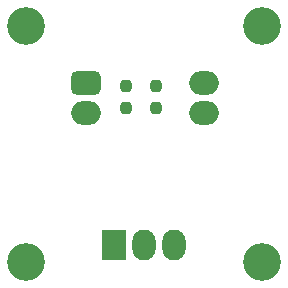
<source format=gbr>
%TF.GenerationSoftware,KiCad,Pcbnew,8.0.6*%
%TF.CreationDate,2024-12-21T12:39:34-05:00*%
%TF.ProjectId,photointerrupter_breakout,70686f74-6f69-46e7-9465-727275707465,rev?*%
%TF.SameCoordinates,PX7c745a0PY4ead9a0*%
%TF.FileFunction,Soldermask,Bot*%
%TF.FilePolarity,Negative*%
%FSLAX46Y46*%
G04 Gerber Fmt 4.6, Leading zero omitted, Abs format (unit mm)*
G04 Created by KiCad (PCBNEW 8.0.6) date 2024-12-21 12:39:34*
%MOMM*%
%LPD*%
G01*
G04 APERTURE LIST*
G04 Aperture macros list*
%AMRoundRect*
0 Rectangle with rounded corners*
0 $1 Rounding radius*
0 $2 $3 $4 $5 $6 $7 $8 $9 X,Y pos of 4 corners*
0 Add a 4 corners polygon primitive as box body*
4,1,4,$2,$3,$4,$5,$6,$7,$8,$9,$2,$3,0*
0 Add four circle primitives for the rounded corners*
1,1,$1+$1,$2,$3*
1,1,$1+$1,$4,$5*
1,1,$1+$1,$6,$7*
1,1,$1+$1,$8,$9*
0 Add four rect primitives between the rounded corners*
20,1,$1+$1,$2,$3,$4,$5,0*
20,1,$1+$1,$4,$5,$6,$7,0*
20,1,$1+$1,$6,$7,$8,$9,0*
20,1,$1+$1,$8,$9,$2,$3,0*%
G04 Aperture macros list end*
%ADD10C,3.200000*%
%ADD11R,2.000000X2.600000*%
%ADD12O,2.000000X2.600000*%
%ADD13RoundRect,0.454000X0.796000X-0.546000X0.796000X0.546000X-0.796000X0.546000X-0.796000X-0.546000X0*%
%ADD14O,2.500000X2.000000*%
%ADD15RoundRect,0.237500X-0.237500X0.250000X-0.237500X-0.250000X0.237500X-0.250000X0.237500X0.250000X0*%
%ADD16RoundRect,0.237500X0.237500X-0.250000X0.237500X0.250000X-0.237500X0.250000X-0.237500X-0.250000X0*%
G04 APERTURE END LIST*
D10*
%TO.C,H4*%
X24500000Y-4500000D03*
%TD*%
D11*
%TO.C,J1*%
X11975000Y-23000000D03*
D12*
X14515000Y-23000000D03*
X17055000Y-23000000D03*
%TD*%
D13*
%TO.C,U1*%
X9582500Y-9312500D03*
D14*
X9582500Y-11852500D03*
X19582500Y-11852500D03*
X19582500Y-9312500D03*
%TD*%
D10*
%TO.C,H1*%
X4500000Y-4500000D03*
%TD*%
%TO.C,H2*%
X4500000Y-24500000D03*
%TD*%
%TO.C,H3*%
X24500000Y-24500000D03*
%TD*%
D15*
%TO.C,R2*%
X15500000Y-9587500D03*
X15500000Y-11412500D03*
%TD*%
D16*
%TO.C,R1*%
X13000000Y-11412500D03*
X13000000Y-9587500D03*
%TD*%
M02*

</source>
